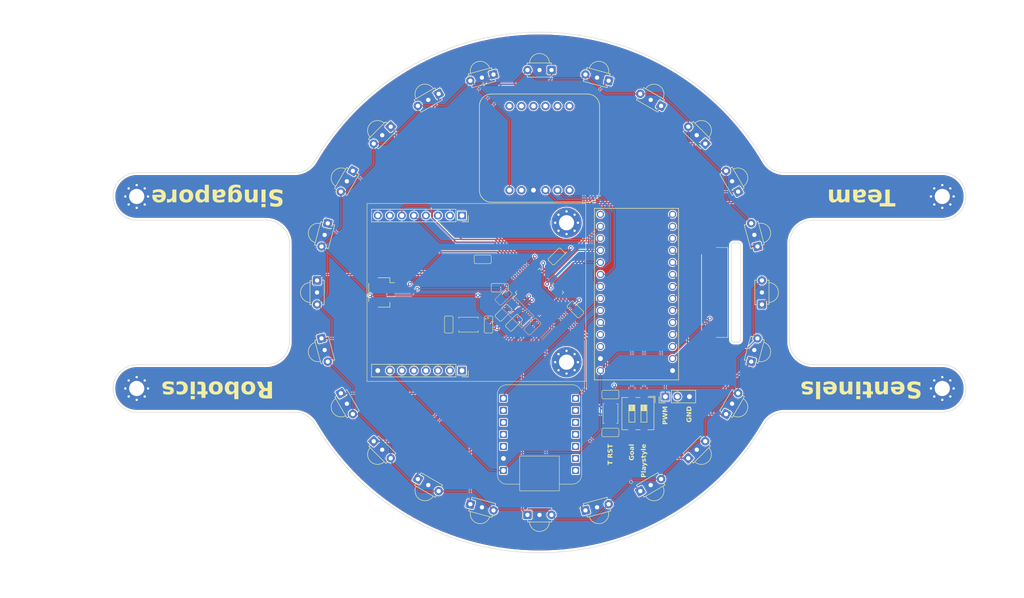
<source format=kicad_pcb>
(kicad_pcb (version 20221018) (generator pcbnew)
  (layers (0 "F.Cu" signal) (31 "B.Cu" signal) (34 "B.Paste" user) (35 "F.Paste" user) (36 "B.SilkS" user "B.Silkscreen") (37 "F.SilkS" user "F.Silkscreen") (38 "B.Mask" user) (39 "F.Mask" user) (44 "Edge.Cuts" user))
  (net 0 "")
  (net 1 "+5V")
  (net 2 "GND")
  (net 3 "+3V3")
  (net 4 "/L1 RX")
  (net 5 "/L1 TX")
  (net 6 "/FL PWM")
  (net 7 "/FL DIR")
  (net 8 "/FR PWM")
  (net 9 "/FR DIR")
  (net 10 "/BL PWM")
  (net 11 "/BL DIR")
  (net 12 "/BR PWM")
  (net 13 "/BR DIR")
  (net 14 "/SDA")
  (net 15 "/SCL")
  (net 24 "/IR/SWDIO")
  (net 25 "/IR/SWCLK")
  (net 26 "/IR/RST")
  (net 27 "/IR/BOOT")
  (net 28 "/LG")
  (net 29 "/IR/IR1")
  (net 30 "/IR/IR2")
  (net 31 "/IR/IR3")
  (net 32 "/IR/IR4")
  (net 33 "/IR/IR5")
  (net 34 "/IR/IR6")
  (net 35 "/IR/IR7")
  (net 36 "/IR/IR8")
  (net 37 "/IR/IR9")
  (net 38 "/IR/IR24")
  (net 39 "/IR/IR23")
  (net 40 "/IR/IR14")
  (net 41 "/IR/IR22")
  (net 42 "/IR/IR21")
  (net 43 "/IR/IR20")
  (net 44 "/IR/IR19")
  (net 45 "/IR/IR18")
  (net 46 "/IR/IR17")
  (net 47 "/IR/IR16")
  (net 48 "/IR/IR15")
  (net 49 "/IR/IR13")
  (net 50 "/IR/IR12")
  (net 51 "/IR/IR11")
  (net 52 "/IR/IR10")
  (net 53 "Net-(IC1-PD0)")
  (net 54 "Net-(IC1-PD1)")
  (net 57 "/DIP1")
  (net 58 "/DIP2")
  (net 61 "/C RX")
  (net 62 "/C TX")
  (net 75 "/BT RX")
  (net 76 "/BT TX")
  (net 83 "IR RX")
  (net 88 "IR TX")
  (net 94 "Net-(R5-Pad1)")
  (net 95 "Net-(D2-A)")
  (net 96 "/T_RST")
  (net 97 "Net-(R2-Pad1)")
  (net 98 "/ESC")
  (footprint "footprints:res0603" (layer "F.Cu") (at 149.225 106.775 90)
    (fp_text reference "R3" hide)
    (fp_text value "10K")
  )
  (footprint "footprints:Vishay_MINICAST-3P" (layer "F.Cu") (at 114.6015 112.1645 -75)
    (fp_text reference "U23" hide)
    (fp_text value "TSSP58038")
  )
  (footprint "footprints:cap0603" (layer "F.Cu") (at 154.6 106.4 -135)
    (fp_text reference "C2" hide)
    (fp_text value "0.1u")
  )
  (footprint "footprints:Vishay_MINICAST-3P" (layer "F.Cu") (at 119.2968 123.5 -60)
    (fp_text reference "U24" hide)
    (fp_text value "TSSP58038")
  )
  (footprint "MountingHole:MountingHole_3.2mm_M3_Pad_Via" (layer "F.Cu") (at 74.8848 79.7107)
    (fp_text reference "H3" hide)
    (fp_text value "MountingHole_Pad")
  )
  (footprint "footprints:SW_PUSH_SPST" (layer "F.Cu") (at 175 125.6 90)
    (fp_text reference "SW3" hide)
    (fp_text value "SW_Push")
  )
  (footprint "footprints:cap0603" (layer "F.Cu") (at 151.6 99 180)
    (fp_text reference "C4" hide)
    (fp_text value "0.1u")
  )
  (footprint "footprints:SW_PUSH_SPST" (layer "F.Cu") (at 145 106.8)
    (fp_text reference "SW2" hide)
    (fp_text value "SW_Push")
  )
  (footprint "footprints:Vishay_MINICAST-3P" (layer "F.Cu") (at 193.234 66.766 135)
    (fp_text reference "U13" hide)
    (fp_text value "TSSP58038")
  )
  (footprint "Connector_JST:JST_SH_SM04B-SRSS-TB_1x04-1MP_P1.00mm_Horizontal" (layer "F.Cu") (at 126.6 100 -90)
    (fp_text reference "J3" hide)
    (fp_text value "Conn_01x04")
  )
  (footprint "footprints:Vishay_MINICAST-3P" (layer "F.Cu") (at 147.8355 54.6015 -165)
    (fp_text reference "U17" hide)
    (fp_text value "TSSP58038")
  )
  (footprint "footprints:Vishay_MINICAST-3P" (layer "F.Cu") (at 160 147)
    (fp_text reference "U4" hide)
    (fp_text value "TSSP58038")
  )
  (footprint "footprints:Vishay_MINICAST-3P" (layer "F.Cu") (at 114.6015 87.8355 -105)
    (fp_text reference "U21" hide)
    (fp_text value "TSSP58038")
  )
  (footprint "footprints:Vishay_MINICAST-3P" (layer "F.Cu") (at 193.234 133.234 45)
    (fp_text reference "U7" hide)
    (fp_text value "TSSP58038")
  )
  (footprint "footprints:Vishay_MINICAST-3P" (layer "F.Cu") (at 172.1645 54.6015 165)
    (fp_text reference "U15" hide)
    (fp_text value "TSSP58038")
  )
  (footprint "Package_QFP:LQFP-48_7x7mm_P0.5mm" (layer "F.Cu") (at 160 100 45)
    (fp_text reference "IC1" hide)
    (fp_text value "STM32F103CBTx")
  )
  (footprint "footprints:Vishay_MINICAST-3P" (layer "F.Cu") (at 183.5 140.7032 30)
    (fp_text reference "U6" hide)
    (fp_text value "TSSP58038")
  )
  (footprint "footprints:led0603" (layer "F.Cu") (at 152.4 104.3 45)
    (fp_text reference "D2" hide)
    (fp_text value "LED")
  )
  (footprint "Button_Switch_SMD:SW_DIP_SPSTx02_Slide_6.7x6.64mm_W8.61mm_P2.54mm_LowProfile" (layer "F.Cu") (at 180.8 125.6 -90)
    (fp_text reference "SW1" hide)
    (fp_text value "SW_DIP_x02")
  )
  (footprint "footprints:res0603" (layer "F.Cu") (at 174.974999 121.575 180)
    (fp_text reference "R1" hide)
    (fp_text value "10K")
  )
  (footprint "MountingHole:MountingHole_3.2mm_M3_Pad_Via" (layer "F.Cu") (at 74.8848 120.2893)
    (fp_text reference "H1" hide)
    (fp_text value "MountingHole_Pad")
  )
  (footprint "footprints:Vishay_MINICAST-3P" (layer "F.Cu") (at 126.766 66.766 -135)
    (fp_text reference "U19" hide)
    (fp_text value "TSSP58038")
  )
  (footprint "footprints:Vishay_MINICAST-3P" (layer "F.Cu") (at 136.5 140.7032 -30)
    (fp_text reference "U26" hide)
    (fp_text value "TSSP58038")
  )
  (footprint "footprints:cap0603" (layer "F.Cu") (at 167.6 103.6 -45)
    (fp_text reference "C1" hide)
    (fp_text value "0.1u")
  )
  (footprint "footprints:Vishay_MINICAST-3P" (layer "F.Cu") (at 126.766 133.234 -45)
    (fp_text reference "U25" hide)
    (fp_text value "TSSP58038")
  )
  (footprint "MountingHole:MountingHole_3.2mm_M3_Pad_Via" (layer "F.Cu") (at 245.1152 120.2893)
    (fp_text reference "H2" hide)
    (fp_text value "MountingHole_Pad")
  )
  (footprint "footprints:Vishay_MINICAST-3P" (layer "F.Cu") (at 147.8355 145.3985 -15)
    (fp_text reference "U27" hide)
    (fp_text value "TSSP58038")
  )
  (footprint "footprints:Vishay_MINICAST-3P" (layer "F.Cu") (at 207 100 90)
    (fp_text reference "U10" hide)
    (fp_text value "TSSP58038")
  )
  (footprint "footprints:openmv" (layer "F.Cu") (at 166.223 100 -90)
    (fp_text reference "U2" hide)
    (fp_text value "OpenMV H7" hide)
  )
  (footprint "footprints:Vishay_MINICAST-3P" (layer "F.Cu") (at 205.3985 87.8355 105)
    (fp_text reference "U11" hide)
    (fp_text value "TSSP58038")
  )
  (footprint "MountingHole:MountingHole_3.2mm_M3_Pad_Via" (layer "F.Cu") (at 245.1152 79.7107)
    (fp_text reference "H4" hide)
    (fp_text value "MountingHole_Pad")
  )
  (footprint "footprints:Vishay_MINICAST-3P" (layer "F.Cu") (at 136.5 59.2968 -150)
    (fp_text reference "U18" hide)
    (fp_text value "TSSP58038")
  )
  (footprint "footprints:xiao-esp32c3" (layer "F.Cu") (at 160 130 180)
    (fp_text reference "U28" hide)
    (fp_text value "xiao-esp32c3" hide)
  )
  (footprint "footprints:res0603" (layer "F.Cu") (at 148 93)
    (fp_text reference "R4" hide)
    (fp_text value "10K")
  )
  (footprint "footprints:Vishay_MINICAST-3P" (layer "F.Cu") (at 119.2968 76.5 -120)
    (fp_text reference "U20" hide)
    (fp_text value "TSSP58038")
  )
  (footprint "footprints:teensy4" (layer "F.Cu") (at 180.5 100 180)
    (fp_text reference "U1" hide)
    (fp_text value "DEV-15583")
  )
  (footprint "footprints:res0603" (layer "F.Cu") (at 140.825 106.775 -90)
    (fp_text reference "R5" hide)
    (fp_text value "1K")
  )
  (footprint "footprints:Vishay_MINICAST-3P" (layer "F.Cu") (at 205.3985 112.1645 75)
    (fp_text reference "U9" hide)
    (fp_text value "TSSP58038")
  )
  (footprint "footprints:Vishay_MINICAST-3P" (layer "F.Cu") (at 113 100 -90)
    (fp_text reference "U22" hide)
    (fp_text value "TSSP58038")
  )
  (footprint "footprints:Vishay_MINICAST-3P" (layer "F.Cu") (at 160 53 180)
    (fp_text reference "U16" hide)
    (fp_text value "TSSP58038")
  )
  (footprint "footprints:bno085" (layer "F.Cu") (at 160 69.5)
    (fp_text reference "U3" hide)
    (fp_text value "BNO085")
  )
  (footprint "footprints:Vishay_MINICAST-3P" (layer "F.Cu") (at 200.7032 123.5 60)
    (fp_text reference "U8" hide)
    (fp_text value "TSSP58038")
  )
  (footprint "footprints:Vishay_MINICAST-3P" (layer "F.Cu") (at 183.5 59.2968 150)
    (fp_text reference "U14" hide)
    (fp_text value "TSSP58038")
  )
  (footprint "footprints:cap0603" (layer "F.Cu") (at 163.6 92.4 45)
    (fp_text reference "C3" hide)
    (fp_text value "0.1u")
  )
  (footprint "Connector_PinHeader_2.54mm:PinHeader_1x03_P2.54mm_Vertical" (layer "F.Cu") (at 186.6 122 90)
    (fp_text reference "J2" hide)
    (fp_text value "Conn_01x03_Pin")
  )
  (footprint "footprints:Vishay_MINICAST-3P" (layer "F.Cu") (at 200.7032 76.5 120)
    (fp_text reference "U12" hide)
    (fp_text value "TSSP58038")
  )
  (footprint "footprints:Vishay_MINICAST-3P" (layer "F.Cu") (at 172.1645 145.3985 15)
    (fp_text reference "U5" hide)
    (fp_text value "TSSP58038")
  )
  (footprint "footprints:522711479" (layer "F.Cu") (at 197.6 100 90)
    (fp_text reference "J1" hide)
    (fp_text value "0526101433" hide)
  )
  (footprint "footprints:res0603" (layer "F.Cu") (at 174.974998 129.575)
    (fp_text reference "R2" hide)
    (fp_text value "1K")
  )
  (footprint "footprints:cap0603" (layer "B.Cu") (at 158.5 107.2 -135)
    (fp_text reference "C6" hide)
    (fp_text value "22p")
  )
  (footprint "footprints:Crystal" (layer "B.Cu") (at 155.4 104.1 135)
    (fp_text reference "Y1" hide)
    (fp_text value "8Mhz")
  )
  (footprint "footprints:cap0603" (layer "B.Cu") (at 152.4 100.9 -135)
    (fp_text reference "C5" hide)
    (fp_text value "22p")
  )
  (gr_line (start 102.167834 115.289284) (end 74.884814 115.289284) (stroke (width 0.1)) (layer "Edge.Cuts"))
  (gr_line (start 74.884814 84.710716) (end 102.167834 84.710716) (stroke (width 0.1)) (layer "Edge.Cuts"))
  (gr_arc (start 102.167834 84.710716) (mid 105.703368 86.175182) (end 107.167834 89.710716) (stroke (width 0.1)) (layer "Edge.Cuts"))
  (gr_arc (start 217.832166 115.289284) (mid 214.296633 113.824817) (end 212.832166 110.289284) (stroke (width 0.1)) (layer "Edge.Cuts"))
  (gr_line (start 211.793429 125.289284) (end 245.115186 125.289284) (stroke (width 0.1)) (layer "Edge.Cuts"))
  (gr_arc (start 212.832166 89.710716) (mid 214.296624 86.17516) (end 217.832166 84.710716) (stroke (width 0.1)) (layer "Edge.Cuts"))
  (gr_line (start 201.045 89.5) (end 202.000001 89.5) (stroke (width 0.1)) (layer "Edge.Cuts"))
  (gr_arc (start 211.793429 74.710716) (mid 209.3055 74.047809) (end 207.47731 72.234823) (stroke (width 0.1)) (layer "Edge.Cuts"))
  (gr_line (start 202.500001 90) (end 202.500001 110) (stroke (width 0.1)) (layer "Edge.Cuts"))
  (gr_arc (start 207.47731 127.765177) (mid 160 155) (end 112.52269 127.765177) (stroke (width 0.1)) (layer "Edge.Cuts"))
  (gr_arc (start 202.000001 89.5) (mid 202.353554 89.646447) (end 202.500001 90) (stroke (width 0.1)) (layer "Edge.Cuts"))
  (gr_arc (start 74.884814 84.710716) (mid 69.884814 79.710716) (end 74.884814 74.710716) (stroke (width 0.1)) (layer "Edge.Cuts"))
  (gr_arc (start 202.500001 110) (mid 202.353554 110.353554) (end 202.000001 110.5) (stroke (width 0.1)) (layer "Edge.Cuts"))
  (gr_line (start 217.832166 84.710716) (end 245.115186 84.710716) (stroke (width 0.1)) (layer "Edge.Cuts"))
  (gr_arc (start 108.206571 125.289284) (mid 110.694488 125.952203) (end 112.52269 127.765177) (stroke (width 0.1)) (layer "Edge.Cuts"))
  (gr_line (start 107.167834 89.710716) (end 107.167834 110.289284) (stroke (width 0.1)) (layer "Edge.Cuts"))
  (gr_arc (start 245.115186 115.289284) (mid 250.115186 120.28928) (end 245.115186 125.289284) (stroke (width 0.1)) (layer "Edge.Cuts"))
  (gr_arc (start 201.045 110.5) (mid 200.691447 110.353553) (end 200.545 110) (stroke (width 0.1)) (layer "Edge.Cuts"))
  (gr_line (start 200.545 110) (end 200.545 90) (stroke (width 0.1)) (layer "Edge.Cuts"))
  (gr_arc (start 112.52269 72.234823) (mid 110.694488 74.047796) (end 108.206571 74.710716) (stroke (width 0.1)) (layer "Edge.Cuts"))
  (gr_arc (start 200.545 90) (mid 200.691447 89.646447) (end 201.045 89.5) (stroke (width 0.1)) (layer "Edge.Cuts"))
  (gr_arc (start 245.115186 74.710716) (mid 250.115194 79.71072) (end 245.115186 84.710716) (stroke (width 0.1)) (layer "Edge.Cuts"))
  (gr_arc (start 107.167834 110.289284) (mid 105.703368 113.824818) (end 102.167834 115.289284) (stroke (width 0.1)) (layer "Edge.Cuts"))
  (gr_line (start 74.884814 125.289284) (end 108.206571 125.289284) (stroke (width 0.1)) (layer "Edge.Cuts"))
  (gr_line (start 108.206571 74.710716) (end 74.884814 74.710716) (stroke (width 0.1)) (layer "Edge.Cuts"))
  (gr_line (start 202.000001 110.5) (end 201.045 110.5) (stroke (width 0.1)) (layer "Edge.Cuts"))
  (gr_line (start 212.832166 110.289284) (end 212.832166 89.710716) (stroke (width 0.1)) (layer "Edge.Cuts"))
  (gr_arc (start 112.52269 72.234823) (mid 160 45) (end 207.47731 72.234823) (stroke (width 0.1)) (layer "Edge.Cuts"))
  (gr_arc (start 74.884814 125.289284) (mid 69.884814 120.289284) (end 74.884814 115.289284) (stroke (width 0.1)) (layer "Edge.Cuts"))
  (gr_line (start 245.115186 115.289284) (end 217.832166 115.289284) (stroke (width 0.1)) (layer "Edge.Cuts"))
  (gr_arc (start 207.47731 127.765177) (mid 209.305516 125.95222) (end 211.793429 125.289284) (stroke (width 0.1)) (layer "Edge.Cuts"))
  (gr_line (start 245.115186 74.710716) (end 211.793429 74.710716) (stroke (width 0.1)) (layer "Edge.Cuts"))
  (gr_text "Singapore" (at 92 79.7107 180) (layer "F.SilkS") (effects (font (size 3.5 3.5) (thickness 1) bold)))
  (gr_text "Robotics" (at 92 120.2893 180) (layer "F.SilkS") (effects (font (size 3.5 3.5) (thickness 1) bold)))
  (gr_text "GND" (at 191.68 124 90) (layer "F.SilkS") (effects (font (size 1 1) (thickness 0.25) bold) (justify right)))
  (gr_text "Sentinels" (at 228 120.2893 180) (layer "F.SilkS") (effects (font (size 3.5 3.5) (thickness 1) bold)))
  (gr_text "PWM" (at 186.6 124 90) (layer "F.SilkS") (effects (font (size 1 1) (thickness 0.25) bold) (justify right)))
  (gr_text "Team" (at 228 79.7107 180) (layer "F.SilkS") (effects (font (size 3.5 3.5) (thickness 1) bold)))
  (gr_text "Playstyle" (at 182.07 132 90) (layer "F.SilkS") (effects (font (size 1 1) (thickness 0.25) bold) (justify right)))
  (gr_text "T RST" (at 175 132 90) (layer "F.SilkS") (effects (font (size 1 1) (thickness 0.25) bold) (justify right)))
  (gr_text "Goal" (at 179.53 132 90) (layer "F.SilkS") (effects (font (size 1 1) (thickness 0.25) bold) (justify right)))
  (segment (start 192.725 105.5) (end 196 105.5) (width 0.254) (layer "F.Cu") (net 1))
  (via (at 196 105.5) (size 0.8) (drill 0.4) (layers "F.Cu" "B.Cu") (net 1))
  (segment (start 152.38 137.62) (end 149.712395 137.62) (width 0.254) (layer "B.Cu") (net 1))
  (segment (start 149.32762 137.46062) (end 128.377 116.51) (width 0.254) (layer "B.Cu") (net 1))
  (segment (start 152.38 137.62) (end 156.04062 133.959379) (width 0.254) (layer "B.Cu") (net 1))
  (segment (start 176.43062 112.959379) (end 172.88 116.51) (width 0.254) (layer "B.Cu") (net 1))
  (segment (start 156.425395 133.8) (end 168.009184 133.8) (width 0.254) (layer "B.Cu") (net 1))
  (segment (start 172.88 128.929184) (end 172.88 116.51) (width 0.254) (layer "B.Cu") (net 1))
  (segment (start 196 105.5) (end 188.859379 112.64062) (width 0.254) (layer "B.Cu") (net 1))
  (segment (start 176.815395 112.8) (end 188.474604 112.8) (width 0.254) (layer "B.Cu") (net 1))
  (segment (start 172.72062 129.313958) (end 168.393959 133.64062) (width 0.254) (layer "B.Cu") (net 1))
  (arc (start 188.859379 112.64062) (mid 188.682842 112.758578) (end 188.474604 112.8) (width 0.254) (layer "B.Cu") (net 1))
  (arc (start 149.32762 137.46062) (mid 149.504156 137.578578) (end 149.712395 137.62) (width 0.254) (layer "B.Cu") (net 1))
  (arc (start 172.88 128.929184) (mid 172.838578 129.137422) (end 172.72062 129.313958) (width 0.254) (layer "B.Cu") (net 1))
  (arc (start 168.393959 133.64062) (mid 168.217422 133.758578) (end 168.009184 133.8) (width 0.254) (layer "B.Cu") (net 1))
  (arc (start 156.425395 133.8) (mid 156.217156 133.841421) (end 156.04062 133.959379) (width 0.254) (layer "B.Cu") (net 1))
  (arc (start 176.815395 112.8) (mid 176.607156 112.841421) (end 176.43062 112.959379) (width 0.254) (layer "B.Cu") (net 1))
  (segment (start 164.998788 100.998788) (end 167.034315 103.034315) (width 0.254) (layer "F.Cu") (net 3))
  (segment (start 204.166948 111.6) (end 200.254 111.6) (width 0.254) (layer "F.Cu") (net 3))
  (segment (start 168.4 101.66863) (end 167.034315 103.034315) (width 0.254) (layer "F.Cu") (net 3))
  (segment (start 152.4 99) (end 152.4 99.8) (width 0.254) (layer "F.Cu") (net 3))
  (segment (start 163.034315 93.076597) (end 160.998788 95.112124) (width 0.254) (layer "F.Cu") (net 3))
  (segment (start 200.254 111.6) (end 195.154 106.5) (width 0.254) (layer "F.Cu") (net 3))
  (segment (start 155.933451 105.834315) (end 155.165685 105.834315) (width 0.254) (layer "F.Cu") (net 3))
  (segment (start 195.154 106.5) (end 192.725 106.5) (width 0.254) (layer "F.Cu") (net 3))
  (segment (start 149.225 107.575) (end 151 107.575) (width 0.254) (layer "F.Cu") (net 3))
  (segment (start 154.33137 105) (end 155.165685 105.834315) (width 0.254) (layer "F.Cu") (net 3))
  (segment (start 153.642052 105) (end 154.33137 105) (width 0.254) (layer "F.Cu") (net 3))
  (segment (start 168.4 101.6) (end 168.4 101.66863) (width 0.254) (layer "F.Cu") (net 3))
  (segment (start 175.774999 121.575) (end 175.774999 119.625001) (width 0.25) (layer "F.Cu") (net 3))
  (segment (start 152.4 99.8) (end 151.6 100.6) (width 0.254) (layer "F.Cu") (net 3))
  (segment (start 157.940551 103.827215) (end 155.933451 105.834315) (width 0.254) (layer "F.Cu") (net 3))
  (segment (start 163.034315 92.965685) (end 163.034315 93.076597) (width 0.254) (layer "F.Cu") (net 3))
  (segment (start 155.112124 99.001212) (end 152.401212 99.001212) (width 0.254) (layer "F.Cu") (net 3))
  (segment (start 151.6 100.6) (end 147 100.6) (width 0.254) (layer "F.Cu") (net 3))
  (segment (start 152.401212 99.001212) (end 152.4 99) (width 0.254) (layer "F.Cu") (net 3))
  (segment (start 128.6 101.5) (end 125.1 101.5) (width 0.254) (layer "F.Cu") (net 3))
  (segment (start 164.887876 100.998788) (end 164.998788 100.998788) (width 0.254) (layer "F.Cu") (net 3))
  (segment (start 125.1 101.5) (end 124.2 100.6) (width 0.254) (layer "F.Cu") (net 3))
  (segment (start 151 107.575) (end 151.067052 107.575) (width 0.254) (layer "F.Cu") (net 3))
  (segment (start 160.8 94.913336) (end 160.998788 95.112124) (width 0.254) (layer "F.Cu") (net 3))
  (segment (start 206.0559 109.711048) (end 204.166948 111.6) (width 0.254) (layer "F.Cu") (net 3))
  (segment (start 160.8 93.8) (end 160.8 94.913336) (width 0.254) (layer "F.Cu") (net 3))
  (segment (start 151.067052 107.575) (end 153.642052 105) (width 0.254) (layer "F.Cu") (net 3))
  (via (at 168.4 101.6) (size 0.8) (drill 0.4) (layers "F.Cu" "B.Cu") (net 3))
  (via (at 151 107.575) (size 0.8) (drill 0.4) (layers "F.Cu" "B.Cu") (net 3))
  (via (at 124.2 100.6) (size 0.8) (drill 0.4) (layers "F.Cu" "B.Cu") (net 3))
  (via (at 175.774999 119.625001) (size 0.8) (drill 0.4) (layers "F.Cu" "B.Cu") (net 3))
  (via (at 160.8 93.8) (size 0.8) (drill 0.4) (layers "F.Cu" "B.Cu") (net 3))
  (via (at 147 100.6) (size 0.8) (drill 0.4) (layers "F.Cu" "B.Cu") (net 3))
  (segment (start 145.46489 55.341742) (end 145.963768 55.84062) (width 0.254) (layer "B.Cu") (net 3))
  (segment (start 163.44062 101.44062) (end 160.959379 98.959379) (width 0.254) (layer "B.Cu") (net 3))
  (segment (start 145.523469 55.400321) (end 153.49062 63.367472) (width 0.254) (layer "B.Cu") (net 3))
  (segment (start 168.970426 54.68472) (end 169.569626 54.085521) (width 0.254) (layer "B.Cu") (net 3))
  (segment (start 195.030051 127.196047) (end 195.030051 131.437949) (width 0.254) (layer "B.Cu") (net 3))
  (segment (start 174.019143 58.0268) (end 181.300295 58.0268) (width 0.254) (layer "B.Cu") (net 3))
  (segment (start 175.774999 119.625001) (end 175.990618 119.84062) (width 0.25) (layer "B.Cu") (net 3))
  (segment (start 159.14472 54.68472) (end 157.46 53) (width 0.254) (layer "B.Cu") (net 3))
  (segment (start 159.974604 109.8) (end 153.450395 109.8) (width 0.254) (layer "B.Cu") (net 3))
  (segment (start 147 103.349604) (end 147 100.6) (width 0.254) (layer "B.Cu") (net 3))
  (segment (start 157.46 53) (end 154.619379 55.84062) (width 0.254) (layer "B.Cu") (net 3))
  (segment (start 119.45897 78.540325) (end 124.810569 73.188727) (width 0.254) (layer "B.Cu") (net 3))
  (segment (start 113 102.54) (end 115.99952 105.53952) (width 0.254) (layer "B.Cu") (net 3))
  (segment (start 115.2 91.770247) (end 115.2 100.114604) (width 0.254) (layer "B.Cu") (net 3))
  (segment (start 161.087604 145.773) (end 150.771892 145.773) (width 0.254) (layer "B.Cu") (net 3))
  (segment (start 128.562051 135.471027) (end 128.562051 135.264365) (width 0.254) (layer "B.Cu") (net 3))
  (segment (start 199.592579 80.233527) (end 204.7411 85.382048) (width 0.254) (layer "B.Cu") (net 3))
  (segment (start 128.72143 135.855802) (end 134.679448 141.81382) (width 0.254) (layer "B.Cu") (net 3))
  (segment (start 202.132578 113.634368) (end 205.914478 109.852469) (width 0.254) (layer "B.Cu") (net 3))
  (segment (start 185.542196 58.0268) (end 181.300295 58.0268) (width 0.254) (layer "B.Cu") (net 3))
  (segment (start 179.766472 139.592579) (end 174.617952 144.7411) (width 0.254) (layer "B.Cu") (net 3))
  (segment (start 199.4332 79.848752) (end 199.4332 74.300295) (width 0.254) (layer "B.Cu") (net 3))
  (segment (start 169.852469 54.085521) (end 173.634368 57.86742) (width 0.254) (layer "B.Cu") (net 3))
  (segment (start 124.480543 100.6) (end 147 100.6) (width 0.254) (layer "B.Cu") (net 3))
  (segment (start 163.825395 101.6) (end 168.4 101.6) (width 0.254) (layer "B.Cu") (net 3))
  (segment (start 124.969949 68.562051) (end 127.35244 68.562051) (width 0.254) (layer "B.Cu") (net 3))
  (segment (start 146.365631 142.132579) (end 150.14753 145.914478) (width 0.254) (layer "B.Cu") (net 3))
  (segment (start 115.04062 91.385472) (end 113.9441 90.288952) (width 0.254) (layer "B.Cu") (net 3))
  (segment (start 151 107.575) (end 153.06562 109.64062) (width 0.254) (layer "B.Cu") (net 3))
  (segment (start 163.665395 147.9) (end 171.233656 147.9) (width 0.254) (layer "B.Cu") (net 3))
  (segment (start 185.699705 139.2332) (end 185.699705 139.233127) (width 0.254) (layer "B.Cu") (net 3))
  (segment (start 185.926971 58.186179) (end 191.278569 63.537777) (width 0.254) (layer "B.Cu") (net 3))
  (segment (start 160.8 98.574604) (end 160.8 93.8) (width 0.254) (layer "B.Cu") (net 3))
  (segment (start 139.848752 60.5668) (end 134.300295 60.5668) (width 0.254) (layer "B.Cu") (net 3))
  (segment (start 199.4332 74.300295) (end 198.385803 74.300295) (width 0.254) (layer "B.Cu") (net 3))
  (segment (start 127.737214 68.402671) (end 134.140915 61.998971) (width 0.254) (layer "B.Cu") (net 3))
  (segment (start 162.705685 147.165685) (end 163.28062 147.74062) (width 0.254) (layer "B.Cu") (net 3))
  (segment (start 134.300295 60.5668) (end 134.300295 61.614196) (width 0.254) (layer "B.Cu") (net 3))
  (segment (start 118.0268 85.980856) (end 118.0268 78.699705) (width 0.254) (layer "B.Cu") (net 3))
  (segment (start 119.074196 78.699705) (end 118.0268 78.699705) (width 0.254) (layer "B.Cu") (net 3))
  (segment (start 146.348543 56) (end 154.234604 56) (width 0.254) (layer "B.Cu") (net 3))
  (segment (start 191.597328 67.737215) (end 198.001028 74.140915) (width 0.254) (layer "B.Cu") (net 3))
  (segment (start 200.447509 120) (end 176.375393 120) (width 0.25) (layer "B.Cu") (net 3))
  (segment (start 145.240626 55.40032) (end 140.233527 60.40742) (width 0.254) (layer "B.Cu") (net 3))
  (segment (start 180.151247 139.4332) (end 185.499705 139.4332) (width 0.254) (layer "B.Cu") (net 3))
  (segment (start 185.841177 138.891581) (end 193.13543 131.597328) (width 0.254) (layer "B.Cu") (net 3))
  (segment (start 201.9732 121.300295) (end 200.925803 121.300295) (width 0.254) (layer "B.Cu") (net 3))
  (segment (start 117.86742 86.365631) (end 113.9441 90.288952) (width 0.254) (layer "B.Cu") (net 3))
  (segment (start 162.374314 146.834314) (end 162.705685 147.165685) (width 0.254) (layer "B.Cu") (net 3))
  (segment (start 120.5668 125.699705) (end 120.5668 120.151247) (width 0.254) (layer "B.Cu") (net 3))
  (segment (start 115.40032 114.47653) (end 115.99952 113.877331) (width 0.254) (layer "B.Cu") (net 3))
  (segment (start 150.430401 145.914449) (end 150.430373 145.914478) (width 0.254) (layer "B.Cu") (net 3))
  (segment (start 153.65 63.752247) (end 153.65 78.39) (width 0.254) (layer "B.Cu") (net 3))
  (segment (start 162.374314 146.834314) (end 161.472379 145.932379) (width 0.254) (layer "B.Cu") (net 3))
  (segment (start 115.04062 100.499379) (end 113 102.54) (width 0.254) (layer "B.Cu") (net 3))
  (segment (start 201.9732 114.019143) (end 201.9732 121.300295) (width 0.254) (layer "B.Cu") (net 3))
  (segment (start 138.699705 141.9732) (end 135.064223 141.9732) (width 0.254) (layer "B.Cu") (net 3))
  (segment (start 200.832284 120.159379) (end 201.9732 121.300295) (width 0.25) (layer "B.Cu") (net 3))
  (segment (start 195.189429 126.811272) (end 200.541028 121.459674) (width 0.254) (layer "B.Cu") (net 3))
  (segment (start 160.359379 109.64062) (end 168.4 101.6) (width 0.254) (layer "B.Cu") (net 3))
  (segment (start 205.1559 99.529495) (end 205.1559 108.585652) (width 0.254) (layer "B.Cu") (net 3))
  (segment (start 128.562051 134.795737) (end 128.562051 135.264365) (width 0.254) (layer "B.Cu") (net 3))
  (segment (start 205.315279 99.14472) (end 207 97.46) (width 0.254) (layer "B.Cu") (net 3))
  (segment (start 195.030051 131.437949) (end 193.520205 131.437949) (width 0.254) (layer "B.Cu") (net 3))
  (segment (start 124.095768 100.44062) (end 113.9441 90.288952) (width 0.254) (layer "B.Cu") (net 3))
  (segment (start 174.617952 144.7411) (end 171.618431 147.74062) (width 0.254) (layer "B.Cu") (net 3))
  (segment (start 138.699705 141.9732) (end 145.980856 141.9732) (width 0.254) (layer "B.Cu") (net 3))
  (segment (start 120.40742 119.766472) (end 115.400321 114.759373) (width 0.254) (layer "B.Cu") (net 3))
  (segment (start 159.529495 54.8441) (end 168.585652 54.8441) (width 0.254) (layer "B.Cu") (net 3))
  (segment (start 120.5668 125.699705) (end 121.614196 125.699705) (width 0.254) (layer "B.Cu") (net 3))
  (segment (start 191.437949 67.35244) (end 191.437949 64.969949) (width 0.254) (layer "B.Cu") (net 3))
  (segment (start 128.562051 132.647559) (end 128.562051 134.795737) (width 0.254) (layer "B.Cu") (net 3))
  (segment (start 151 107.575) (end 147.159379 103.734379) (width 0.254) (layer "B.Cu") (net 3))
  (segment (start 205.315279 108.970427) (end 205.914478 109.569626) (width 0.254) (layer "B.Cu") (net 3))
  (segment (start 128.402671 132.262784) (end 121.998971 125.859084) (width 0.254) (layer "B.Cu") (net 3))
  (segment (start 191.437949 64.969949) (end 191.437949 63.922552) (width 0.254) (layer "B.Cu") (net 3))
  (segment (start 116.1589 113.492556) (end 116.1589 105.924295) (width 0.254) (layer "B.Cu") (net 3))
  (segment (start 124.969949 68.562051) (end 124.969949 72.803952) (width 0.254) (layer "B.Cu") (net 3))
  (arc (start 134.679448 141.81382) (mid 134.855984 141.931778) (end 135.064223 141.9732) (width 0.254) (layer "B.Cu") (net 3))
  (arc (start 202.132578 113.634368) (mid 202.01462 113.810904) (end 201.9732 114.019143) (width 0.254) (layer "B.Cu") (net 3))
  (arc (start 173.634368 57.86742) (mid 173.810904 57.985378) (end 174.019143 58.0268) (width 0.254) (layer "B.Cu") (net 3))
  (arc (start 171.618431 147.74062) (mid 171.441894 147.858578) (end 171.233656 147.9) (width 0.254) (layer "B.Cu") (net 3))
  (arc (start 145.46489 55.341742) (mid 145.494179 55.371031) (end 145.523469 55.400321) (width 0.254) (layer "B.Cu") (net 3))
  (arc (start 147 103.349604) (mid 147.041421 103.557842) (end 147.159379 103.734379) (width 0.254) (layer "B.Cu") (net 3))
  (arc (start 175.990618 119.84062) (mid 176.167154 119.958578) (end 176.375393 120) (width 0.25) (layer "B.Cu") (net 3))
  (arc (start 145.523469 55.400321) (mid 145.382047 55.341742) (end 145.240626 55.40032) (width 0.254) (layer "B.Cu") (net 3))
  (arc (start 168.970426 54.68472) (mid 168.79389 54.802678) (end 168.585652 54.8441) (width 0.254) (layer "B.Cu") (net 3))
  (arc (start 200.925803 121.300295) (mid 200.717564 121.341716) (end 200.541028 121.459674) (width 0.254) (layer "B.Cu") (net 3))
  (arc (start 185.699705 139.2332) (mid 185.641126 139.374621) (end 185.499705 139.4332) (width 0.254) (layer "B.Cu") (net 3))
  (arc (start 120.40742 119.766472) (mid 120.525378 119.943008) (end 120.5668 120.151247) (width 0.254) (layer "B.Cu") (net 3))
  (arc (start 154.619379 55.84062) (mid 154.442842 55.958578) (end 154.234604 56) (width 0.254) (layer "B.Cu") (net 3))
  (arc (start 140.233527 60.40742) (mid 140.05699 60.525378) (end 139.848752 60.5668) (width 0.254) (layer "B.Cu") (net 3))
  (arc (start 160.8 98.574604) (mid 160.841421 98.782842) (end 160.959379 98.959379) (width 0.254) (layer "B.Cu") (net 3))
  (arc (start 153.49062 63.367472) (mid 153.608578 63.544008) (end 153.65 63.752247) (width 0.254) (layer "B.Cu") (net 3))
  (arc (start 134.300295 61.614196) (mid 134.258873 61.822434) (end 134.140915 61.998971) (width 0.254) (layer "B.Cu") (net 3))
  (arc (start 169.852469 54.085521) (mid 169.711047 54.026942) (end 169.569626 54.085521) (width 0.254) (layer "B.Cu") (net 3))
  (arc (start 163.44062 101.44062) (mid 163.617156 101.558578) (end 163.825395 101.6) (width 0.254) (layer "B.Cu") (net 3))
  (arc (start 115.40032 114.47653) (mid 115.341742 114.617951) (end 115.400321 114.759373) (width 0.254) (layer "B.Cu") (net 3))
  (arc (start 180.151247 139.4332) (mid 179.943008 139.474621) (end 179.766472 139.592579) (width 0.254) (layer "B.Cu") (net 3))
  (arc (start 199.4332 79.848752) (mid 199.474621 80.05699) (end 199.592579 80.233527) (width 0.254) (layer "B.Cu") (net 3))
  (arc (start 127.737214 68.402671) (mid 127.560678 68.520629) (end 127.35244 68.562051) (width 0.254) (layer "B.Cu") (net 3))
  (arc (start 200.832284 120.159379) (mid 200.655747 120.041421) (end 200.447509 120) (width 0.25) (layer "B.Cu") (net 3))
  (arc (start 124.095768 100.44062) (mid 124.272304 100.558578) (end 124.480543 100.6) (width 0.254) (layer "B.Cu") (net 3))
  (arc (start 150.14753 145.914478) (mid 150.288951 145.973056) (end 150.430373 145.914478) (width 0.254) (layer "B.Cu") (net 3))
  (arc (start 205.914478 109.569626) (mid 205.973056 109.711047) (end 205.914478 109.852469) (width 0.254) (layer "B.Cu") (net 3))
  (arc (start 198.001028 74.140915) (mid 198.177564 74.258873) (end 198.385803 74.300295) (width 0.254) (layer "B.Cu") (net 3))
  (arc (start 191.437949 67.35244) (mid 191.47937 67.560678) (end 191.597328 67.737215) (width 0.254) (layer "B.Cu") (net 3))
  (arc (start 116.1589 113.492556) (mid 116.117478 113.700794) (end 115.99952 113.877331) (width 0.254) (layer "B.Cu") (net 3))
  (arc (start 185.926971 58.186179) (mid 185.750434 58.068221) (end 185.542196 58.0268) (width 0.254) (layer "B.Cu") (net 3))
  (arc (start 205.315279 99.14472) (mid 205.197321 99.321256) (end 205.1559 99.529495) (width 0.254) (layer "B.Cu") (net 3))
  (arc (start 145.240626 55.40032) (mid 145.36489 55.324584) (end 145.46489 55.341742) (width 0.254) (layer "B.Cu") (net 3))
  (arc (start 195.189429 126.811272) (mid 195.071471 126.987808) (end 195.030051 127.196047) (width 0.254) (layer "B.Cu") (net 3))
  (arc (start 128.402671 132.262784) (mid 128.520629 132.43932) (end 128.562051 132.647559) (width 0.254) (layer "B.Cu") (net 3))
  (arc (start 191.278569 63.537777) (mid 191.396527 63.714313) (end 191.437949 63.922552) (width 0.254) (layer "B.Cu") (net 3))
  (arc (start 119.45897 78.540325) (mid 119.282434 78.658283) (end 119.074196 78.699705) (width 0.254) (layer "B.Cu") (net 3))
  (arc (start 115.99952 105.53952) (mid 116.117478 105.716056) (end 116.1589 105.924295) (width 0.254) (layer "B.Cu") (net 3))
  (arc (start 115.2 100.114604) (mid 115.158578 100.322842) (end 115.04062 100.499379) (width 0.254) (layer "B.Cu") (net 3))
  (arc (start 161.472379 145.932379) (mid 161.295842 145.814421) (end 161.087604 145.773) (width 0.254) (layer "B.Cu") (net 3))
  (arc (start 160.359379 109.64062) (mid 160.182842 109.758578) (end 159.974604 109.8) (width 0.254) (layer "B.Cu") (net 3))
  (arc (start 146.365631 142.132579) (mid 146.189094 142.014621) (end 145.980856 141.9732) (width 0.254) (layer "B.Cu") (net 3))
  (arc (start 153.06562 109.64062) (mid 153.242156 109.758578) (end 153.450395 109.8) (width 0.254) (layer "B.Cu") (net 3))
  (arc (start 118.0268 85.980856) (mid 117.985378 86.189094) (end 117.86742 86.365631) (width 0.254) (layer "B.Cu") (net 3))
  (arc (start 185.841177 138.891581) (mid 185.736472 139.048283) (end 185.699705 139.233127) (width 0.254) (layer "B.Cu") (net 3))
  (arc (start 145.963768 55.84062) (mid 146.140304 55.958578) (end 146.348543 56) (width 0.254) (layer "B.Cu") (net 3))
  (arc (start 121.998971 125.859084) (mid 121.822434 125.741126) (end 121.614196 125.699705) (width 0.254) (layer "B.Cu") (net 3))
  (arc (start 124.969949 72.803952) (mid 124.928527 73.01219) (end 124.810569 73.188727) (width 0.254) (layer "B.Cu") (net 3))
  (arc (start 128.562051 135.471027) (mid 128.603472 135.679265) (end 128.72143 135.855802) (width 0.254) (layer "B.Cu") (net 3))
  (arc (start 163.28062 147.74062) (mid 163.457156 147.858578) (end 163.665395 147.9) (width 0.254) (layer "B.Cu") (net 3))
  (arc (start 150.771892 145.773) (mid 150.587078 145.809761) (end 150.430401 145.914449) (width 0.254) (layer "B.Cu") (net 3))
  (arc (start 193.520205 131.437949) (mid 193.311966 131.47937) (end 193.13543 131.597328) (width 0.254) (layer "B.Cu") (net 3))
  (arc (start 205.1559 108.585652) (mid 205.197321 108.79389) (end 205.315279 108.970427) (width 0.254) (layer "B.Cu") (net 3))
  (arc (start 115.04062 91.385472) (mid 115.158578 91.562008) (end 115.2 91.770247) (width 0.254) (layer "B.Cu") (net 3))
  (arc (start 159.14472 54.68472) (mid 159.321256 54.802678) (end 159.529495 54.8441) (width 0.254) (layer "B.Cu") (net 3))
  (segment (start 191.273 104.873) (end 191.646 104.5) (width 0.254) (layer "F.Cu") (net 4))
  (segment (start 191.646 104.5) (end 192.725 104.5) (width 0.254) (layer "F.Cu") (net 4))
  (segment (start 191.273 110.817) (end 191.273 104.873) (width 0.254) (layer "F.Cu") (net 4))
  (segment (start 188.12 113.97) (end 191.273 110.817) (width 0.254) (layer "F.Cu") (net 4))
  (segment (start 191.346 103.5) (end 192.725 103.5) (width 0.254) (layer "F.Cu") (net 5))
  (segment (start 188.12 111.43) (end 190.819 108.731) (width 0.254) (layer "F.Cu") (net 5))
  (segment (start 190.819 104.027) (end 191.346 103.5) (width 0.254) (layer "F.Cu") (net 5))
  (segment (start 190.819 108.731) (end 190.819 104.027) (width 0.254) (layer "F.Cu") (net 5))
  (segment (start 190.365 103.838947) (end 190.365 106.645) (width 0.254) (layer "F.Cu") (net 6))
  (segment (start 191.703947 102.5) (end 190.365 103.838947) (width 0.254) (layer "F.Cu") (net 6))
  (segment (start 192.725 102.5) (end 191.703947 102.5) (width 0.254) (layer "F.Cu") (net 6))
  (segment (start 190.365 106.645) (end 188.12 108.89) (width 0.254) (layer "F.Cu") (net 6))
  (segment (start 191.346 101.5) (end 189.4 103.446) (width 0.254) (layer "F.Cu") (net 7))
  (segment (start 189.4 103.446) (end 189.4 105.07) (width 0.254) (layer "F.Cu") (net 7))
  (segment (start 189.4 105.07) (end 188.12 106.35) (width 0.254) (layer "F.Cu") (net 7))
  (segment (start 192.725 101.5) (end 191.346 101.5) (width 0.254) (layer "F.Cu") (net 7))
  (segment (start 188.393947 103.81) (end 191.703947 100.5) (width 0.254) (layer "F.Cu") (net 8))
  (segment (start 188.12 103.81) (end 188.393947 103.81) (width 0.254) (layer "F.Cu") (net 8))
  (segment (start 191.703947 100.5) (end 192.725 100.5) (width 0.254) (layer "F.Cu") (net 8))
  (segment (start 188.12 101.27) (end 189.89 99.5) (width 0.254) (layer "F.Cu") (net 9))
  (segment (start 189.89 99.5) (end 192.725 99.5) (width 0.254) (layer "F.Cu") (net 9))
  (segment (start 192.725 98.5) (end 188.35 98.5) (width 0.254) (layer "F.Cu") (net 10))
  (segment (start 188.35 98.5) (end 188.12 98.73) (width 0.254) (layer "F.Cu") (net 10))
  (segment (start 189.43 97.5) (end 188.12 96.19) (width 0.254) (layer "F.Cu") (net 11))
  (segment (start 192.725 97.5) (end 189.43 97.5) (width 0.254) (layer "F.Cu") (net 11))
  (segment (start 188.12 93.65) (end 190.97 96.5) (width 0.254) (layer "F.Cu") (net 12))
  (segment (start 190.97 96.5) (end 192.725 96.5) (width 0.254) (layer "F.Cu") (net 12))
  (segment (start 192.725 95.5) (end 190.9 95.5) (width 0.254) (layer "F.Cu") (net 13))
  (segment (start 189.8 92.79) (end 188.12 91.11) (width 0.254) (layer "F.Cu") (net 13))
  (segment (start 189.8 94.4) (end 189.8 92.79) (width 0.254) (layer "F.Cu") (net 13))
  (segment (start 190.9 95.5) (end 189.8 94.4) (width 0.254) (layer "F.Cu") (net 13))
  (segment (start 175.64062 82.24062) (end 173.359379 79.959379) (width 0.254) (layer "B.Cu") (net 14))
  (segment (start 172.974604 79.8) (end 165.445395 79.8) (width 0.254) (layer "B.Cu") (net 14))
  (segment (start 165.06062 79.64062) (end 163.81 78.39) (width 0.254) (layer "B.Cu") (net 14))
  (segment (start 175.8 82.625395) (end 175.8 94.374604) (width 0.254) (layer "B.Cu") (net 14))
  (segment (start 173.984604 96.19) (end 172.88 96.19) (width 0.254) (layer "B.Cu") (net 14))
  (segment (start 175.64062 94.759378) (end 174.369379 96.03062) (width 0.254) (layer "B.Cu") (net 14))
  (arc (start 175.64062 82.24062) (mid 175.758578 82.417156) (end 175.8 82.625395) (width 0.254) (layer "B.Cu") (net 14))
  (arc (start 175.8 94.374604) (mid 175.758578 94.582842) (end 175.64062 94.759378) (width 0.254) (layer "B.Cu") (net 14))
  (arc (start 173.359379 79.959379) (mid 173.182842 79.841421) (end 172.974604 79.8) (width 0.254) (layer "B.Cu") (net 14))
  (arc (start 165.06062 79.64062) (mid 165.237156 79.758578) (end 165.445395 79.8) (width 0.254) (layer "B.Cu") (net 14))
  (arc (start 174.369379 96.03062) (mid 174.192842 96.148578) (end 173.984604 96.19) (width 0.254) (layer "B.Cu") (net 14))
  (segment (start 175 83.425395) (end 175 93.174604) (width 0.254) (layer "B.Cu") (net 15))
  (segment (start 163.52062 80.64062) (end 161.27 78.39) (width 0.254) (layer "B.Cu") (net 15))
  (segment (start 163.905395 80.8) (end 172.374604 80.8) (width 0.254) (layer "B.Cu") (net 15))
  (segment (start 171.759378 95.24062) (end 172.09862 94.901379) (width 0.254) (layer "B.Cu") (net 15))
  (segment (start 171.6 95.625395) (end 171.6 97.224604) (width 0.254) (layer "B.Cu") (net 15))
  (segment (start 174.84062 93.559378) (end 173.817379 94.58262) (width 0.254) (layer "B.Cu") (net 15))
  (segment (start 172.483395 94.742) (end 173.432604 94.742) (width 0.254) (layer "B.Cu") (net 15))
  (segment (start 171.759379 97.609379) (end 172.88 98.73) (width 0.254) (layer "B.Cu") (net 15))
  (segment (start 174.84062 83.04062) (end 172.759379 80.959379) (width 0.254) (layer "B.Cu") (net 15))
  (arc (start 172.483395 94.742) (mid 172.275156 94.783421) (end 172.09862 94.901379) (width 0.254) (layer "B.Cu") (net 15))
  (arc (start 175 93.174604) (mid 174.958578 93.382842) (end 174.84062 93.559378) (width 0.254) (layer "B.Cu") (net 15))
  (arc (start 172.759379 80.959379) (mid 172.582842 80.841421) (end 172.374604 80.8) (width 0.254) (layer "B.Cu") (net 15))
  (arc (start 174.84062 83.04062) (mid 174.958578 83.217156) (end 175 83.425395) (width 0.254) (layer "B.Cu") (net 15))
  (arc (start 173.817379 94.58262) (mid 173.640842 94.700578) (end 173.432604 94.742) (width 0.254) (layer "B.Cu") (net 15))
  (arc (start 171.759378 95.24062) (mid 171.64142 95.417156) (end 171.6 95.625395) (width 0.254) (layer "B.Cu") (net 15))
  (arc (start 171.6 97.224604) (mid 171.641421 97.432842) (end 171.759379 97.609379) (width 0.254) (layer "B.Cu") (net 15))
  (arc (start 163.52062 80.64062) (mid 163.697156 80.758578) (end 163.905395 80.8) (width 0.254) (layer "B.Cu") (net 15))
  (segment (start 166.6 90.925126) (end 161.705895 95.819231) (width 0.254) (layer "F.Cu") (net 24))
  (segment (start 166.6 90.6) (end 166.6 90.925126) (width 0.254) (layer "F.Cu") (net 24))
  (segment (start 131.3 99.5) (end 132.6 98.2) (width 0.254) (layer "F.Cu") (net 24))
  (segment (start 128.6 99.5) (end 131.3 99.5) (width 0.254) (layer "F.Cu") (net 24))
  (via (at 132.6 98.2) (size 0.8) (drill 0.4) (layers "F.Cu" "B.Cu") (net 24))
  (via (at 166.6 90.6) (size 0.8) (drill 0.4) (layers "F.Cu" "B.Cu") (net 24))
  (segment (start 165.959379 91.24062) (end 166.6 90.6) (width 0.254) (layer "B.Cu") (net 24))
  (segment (start 139.24062 91.559379) (end 132.6 98.2) (width 0.254) (layer "B.Cu") (net 24))
  (segment (start 165.574604 91.4) (end 139.625395 91.4) (width 0.254) (layer "B.Cu") (net 24))
  (arc (start 139.625395 91.4) (mid 139.417156 91.441421) (end 139.24062 91.559379) (width 0.254) (layer "B.Cu") (net 24))
  (arc (start 165.959379 91.24062) (mid 165.782842 91.358578) (end 165.574604 91.4) (width 0.254) (layer "B.Cu") (net 24))
  (segment (start 132.9 100.5) (end 134.2 99.2) (width 0.254) (layer "F.Cu") (net 25))
  (segment (start 159.001212 92.401212) (end 159 92.4) (width 0.254) (layer "F.Cu") (net 25))
  (segment (start 159.001212 95.112124) (end 159.001212 92.401212) (width 0.254) (layer "F.Cu") (net 25))
  (segment (start 128.6 100.5) (end 132.9 100.5) (width 0.254) (layer "F.Cu") (net 25))
  (via (at 159 92.4) (size 0.8) (drill 0.4) (layers "F.Cu" "B.Cu") (net 25))
  (via (at 134.2 99.2) (size 0.8) (drill 0.4) (layers "F.Cu" "B.Cu") (net 25))
  (segment (start 152.359379 99.04062) (end 159 92.4) (width 0.254) (layer "B.Cu") (net 25))
  (segment (start 134.2 99.2) (end 151.974604 99.2) (width 0.254) (layer "B.Cu") (net 25))
  (arc (start 152.359379 99.04062) (mid 152.182842 99.158578) (end 151.974604 99.2) (width 0.254) (layer "B.Cu") (net 25))
  (segment (start 154.2 103.8) (end 156.553554 103.8) (width 0.254) (layer "F.Cu") (net 26))
  (segment (start 149.225 105.975) (end 147.825 105.975) (width 0.254) (layer "F.Cu") (net 26))
  (segment (start 156.553554 103.8) (end 157.233445 103.120109) (width 0.254) (layer "F.Cu") (net 26))
  (segment (start 149.225 105.975) (end 152.025 105.975) (width 0.254) (layer "F.Cu") (net 26))
  (segment (start 147.825 105.975) (end 147 106.8) (width 0.254) (layer "F.Cu") (net 26))
  (segment (start 152.025 105.975) (end 154.2 103.8) (width 0.254) (layer "F.Cu") (net 26))
  (segment (start 156.526338 97.586998) (end 151.93934 93) (width 0.254) (layer "F.Cu") (net 27))
  (segment (start 151.93934 93) (end 148.8 93) (width 0.254) (layer "F.Cu") (net 27))
  (segment (start 156.383 145.923) (end 157.46 147) (width 0.254) (layer "F.Cu") (net 29))
  (segment (start 162.376279 107.823721) (end 156.383 113.817) (width 0.254) (layer "F.Cu") (net 29))
  (segment (start 161.705895 104.180769) (end 162.376279 104.851153) (width 0.254) (layer "F.Cu") (net 29))
  (segment (start 162.376279 104.851153) (end 162.376279 107.823721) (width 0.254) (layer "F.Cu") (net 29))
  (segment (start 156.383 113.817) (end 156.383 145.923) (width 0.254) (layer "F.Cu") (net 29))
  (segment (start 162.830279 108.011773) (end 162.830279 104.598045) (width 0.254) (layer "F.Cu") (net 30))
  (segment (start 161.4 137.744852) (end 161.4 109.442052) (width 0.254) (layer "F.Cu") (net 30))
  (segment (start 161.4 109.442052) (end 162.830279 108.011773) (width 0.254) (layer "F.Cu") (net 30))
  (segment (start 169.711048 146.0559) (end 161.4 137.744852) (width 0.254) (layer "F.Cu") (net 30))
  (segment (start 162.830279 104.598045) (end 162.059449 103.827215) (width 0.254) (layer "F.Cu") (net 30))
  (segment (start 181.300295 141.9732) (end 169.242 129.914905) (width 0.254) (layer "F.Cu") (net 31))
  (segment (start 169.242 129.914905) (end 169.242 110.30266) (width 0.254) (layer "F.Cu") (net 31))
  (segment (start 169.242 110.30266) (end 162.413002 103.473662) (width 0.254) (layer "F.Cu") (net 31))
  (segment (start 175.030051 135.030051) (end 169.696 129.696) (width 0.254) (layer "F.Cu") (net 32))
  (segment (start 169.696 110.049554) (end 162.766555 103.120109) (width 0.254) (layer "F.Cu") (net 32))
  (segment (start 169.696 129.696) (end 169.696 110.049554) (width 0.254) (layer "F.Cu") (net 32))
  (segment (start 191.437949 135.030051) (end 175.030051 135.030051) (width 0.254) (layer "F.Cu") (net 32))
  (segment (start 199.4332 125.699705) (end 172.699705 125.699705) (width 0.254) (layer "F.Cu") (net 33))
  (segment (start 172.699705 125.699705) (end 170.15 123.15) (width 0.254) (layer "F.Cu") (net 33))
  (segment (start 170.15 123.15) (end 170.15 109.796446) (width 0.254) (layer "F.Cu") (net 33))
  (segment (start 170.15 109.796446) (end 163.120109 102.766555) (width 0.254) (layer "F.Cu") (net 33))
  (segment (start 170.604 109.54334) (end 163.473662 102.413002) (width 0.254) (layer "F.Cu") (net 34))
  (segment (start 194.113347 125.245705) (end 173.845705 125.245705) (width 0.254) (layer "F.Cu") (net 34))
  (segment (start 204.7411 114.617952) (end 194.113347 125.245705) (width 0.254) (layer "F.Cu") (net 34))
  (segment (start 170.604 122.004) (end 170.604 109.54334) (width 0.254) (layer "F.Cu") (net 34))
  (segment (start 173.845705 125.245705) (end 170.604 122.004) (width 0.254) (layer "F.Cu") (net 34))
  (segment (start 208.6 87.327972) (end 208.6 100.94) (width 0.254) (layer "F.Cu") (net 35))
  (segment (start 208.6 100.94) (end 207 102.54) (width 0.254) (layer "F.Cu") (net 35))
  (segment (start 170.854 90.913766) (end 170.854 82.346) (width 0.254) (layer "F.Cu") (net 35))
  (segment (start 202.272028 81) (end 208.6 87.327972) (width 0.254) (layer "F.Cu") (net 35))
  (segment (start 172.2 81) (end 202.272028 81) (width 0.254) (layer "F.Cu") (net 35))
  (segment (start 163.827215 97.940551) (end 170.854 90.913766) (width 0.254) (layer "F.Cu") (net 35))
  (segment (start 170.854 82.346) (end 172.2 81) (width 0.254) (layer "F.Cu") (net 35))
  (segment (start 204.888952 90.288952) (end 206.0559 90.288952) (width 0.254) (layer "F.Cu") (net 36))
  (segment (start 172.746 81.454) (end 196.054 81.454) (width 0.254) (layer "F.Cu") (net 36))
  (segment (start 196.054 81.454) (end 204.888952 90.288952) (width 0.254) (layer "F.Cu") (net 36))
  (segment (start 171.308 91.166874) (end 171.308 82.892) (width 0.254) (layer "F.Cu") (net 36))
  (segment (start 164.180769 98.294105) (end 171.308 91.166874) (width 0.254) (layer "F.Cu") (net 36))
  (segment (start 171.308 82.892) (end 172.746 81.454) (width 0.254) (layer "F.Cu") (net 36))
  (segment (start 170.4 90.66066) (end 170.4 81.6) (width 0.254) (layer "F.Cu") (net 37))
  (segment (start 170.4 81.6) (end 173.300295 78.699705) (width 0.254) (layer "F.Cu") (net 37))
  (segment (start 163.473662 97.586998) (end 170.4 90.66066) (width 0.254) (layer "F.Cu") (net 37))
  (segment (start 173.300295 78.699705) (end 201.9732 78.699705) (width 0.254) (layer "F.Cu") (net 37))
  (segment (start 145.382048 123.217952) (end 145.382048 144.7411) (width 0.254) (layer "F.Cu") (net 38))
  (segment (start 161.922279 106.677721) (end 145.382048 123.217952) (width 0.254) (layer "F.Cu") (net 38))
  (segment (start 161.922279 105.104259) (end 161.922279 106.677721) (width 0.254) (layer "F.Cu") (net 38))
  (segment (start 161.352342 104.534322) (end 161.922279 105.104259) (width 0.254) (layer "F.Cu") (net 38))
  (segment (start 160.998788 104.887876) (end 134.300295 131.586369) (width 0.254) (layer "F.Cu") (net 39))
  (segment (start 134.300295 131.586369) (end 134.300295 139.4332) (width 0.254) (layer "F.Cu") (net 39))
  (segment (start 139.8 64.4) (end 150.2559 53.9441) (width 0.254) (layer "F.Cu") (net 40))
  (segment (start 150.2559 53.9441) (end 150.288952 53.9441) (width 0.254) (layer "F.Cu") (net 40))
  (segment (start 139.8 85) (end 139.8 64.4) (width 0.254) (layer "F.Cu") (net 40))
  (segment (start 143.616117 88.816117) (end 139.8 85) (width 0.254) (layer "F.Cu") (net 40))
  (segment (start 150.583883 88.816117) (end 143.616117 88.816117) (width 0.254) (layer "F.Cu") (net 40))
  (segment (start 157.940551 96.172785) (end 150.583883 88.816117) (width 0.254) (layer "F.Cu") (net 40))
  (segment (start 132.451139 131.437949) (end 159.001212 104.887876) (width 0.254) (layer "F.Cu") (net 41))
  (segment (start 124.969949 131.437949) (end 132.451139 131.437949) (width 0.254) (layer "F.Cu") (net 41))
  (segment (start 158.647658 104.534322) (end 141.881685 121.300295) (width 0.254) (layer "F.Cu") (net 42))
  (segment (start 141.881685 121.300295) (end 118.0268 121.300295) (width 0.254) (layer "F.Cu") (net 42))
  (segment (start 158.294105 104.180769) (end 152.763826 109.711048) (width 0.254) (layer "F.Cu") (net 43))
  (segment (start 152.763826 109.711048) (end 113.9441 109.711048) (width 0.254) (layer "F.Cu") (net 43))
  (segment (start 153.725126 96.2) (end 155.819231 98.294105) (width 0.254) (layer "F.Cu") (net 44))
  (segment (start 113 97.46) (end 114.26 96.2) (width 0.254) (layer "F.Cu") (net 44))
  (segment (start 114.26 96.2) (end 153.725126 96.2) (width 0.254) (layer "F.Cu") (net 44))
  (segment (start 156.172785 97.940551) (end 153.832234 95.6) (width 0.254) (layer "F.Cu") (net 45))
  (segment (start 153.832234 95.6) (end 125.476852 95.6) (width 0.254) (layer "F.Cu") (net 45))
  (segment (start 125.476852 95.6) (end 115.2589 85.382048) (width 0.254) (layer "F.Cu") (net 45))
  (segment (start 123.6 83.6) (end 123.6 77.333495) (width 0.254) (layer "F.Cu") (net 46))
  (segment (start 131.4 91.4) (end 123.6 83.6) (width 0.254) (layer "F.Cu") (net 46))
  (segment (start 123.6 77.333495) (end 120.5668 74.300295) (width 0.254) (layer "F.Cu") (net 46))
  (segment (start 156.879891 97.233445) (end 151.046446 91.4) (width 0.254) (layer "F.Cu") (net 46))
  (segment (start 151.046446 91.4) (end 131.4 91.4) (width 0.254) (layer "F.Cu") (net 46))
  (segment (start 135.8 90.4) (end 129.6 84.2) (width 0.254) (layer "F.Cu") (net 47))
  (segment (start 150.753554 90.4) (end 135.8 90.4) (width 0.254) (layer "F.Cu") (net 47))
  (segment (start 129.6 66.007898) (end 128.562051 64.969949) (width 0.254) (layer "F.Cu") (net 47))
  (segment (start 129.6 84.2) (end 129.6 66.007898) (width 0.254) (layer "F.Cu") (net 47))
  (segment (start 157.233445 96.879891) (end 150.753554 90.4) (width 0.254) (layer "F.Cu") (net 47))
  (segment (start 137.36 84.36) (end 137.36 61.04) (width 0.254) (layer "F.Cu") (net 48))
  (segment (start 150.46066 89.4) (end 142.4 89.4) (width 0.254) (layer "F.Cu") (net 48))
  (segment (start 142.4 89.4) (end 137.36 84.36) (width 0.254) (layer "F.Cu") (net 48))
  (segment (start 138.699705 59.700295) (end 138.699705 58.0268) (width 0.254) (layer "F.Cu") (net 48))
  (segment (start 137.36 61.04) (end 138.699705 59.700295) (width 0.254) (layer "F.Cu") (net 48))
  (segment (start 157.586998 96.526338) (end 150.46066 89.4) (width 0.254) (layer "F.Cu") (net 48))
  (segment (start 162.54 54.86) (end 161.4 56) (width 0.254) (layer "F.Cu") (net 49))
  (segment (start 161.4 56) (end 152 56) (width 0.254) (layer "F.Cu") (net 49))
  (segment (start 152 56) (end 142.4 65.6) (width 0.254) (layer "F.Cu") (net 49))
  (segment (start 150.836991 88.362117) (end 158.294105 95.819231) (width 0.254) (layer "F.Cu") (net 49))
  (segment (start 143.804169 88.362117) (end 150.836991 88.362117) (width 0.254) (layer "F.Cu") (net 49))
  (segment (start 142.4 65.6) (end 142.4 86.957948) (width 0.254) (layer "F.Cu") (net 49))
  (segment (start 142.4 86.957948) (end 143.804169 88.362117) (width 0.254) (layer "F.Cu") (net 49))
  (segment (start 162.54 53) (end 162.54 54.86) (width 0.254) (layer "F.Cu") (net 49))
  (segment (start 147.708117 87.908117) (end 145.6 85.8) (width 0.254) (layer "F.Cu") (net 50))
  (segment (start 145.6 85.8) (end 145.6 65) (width 0.254) (layer "F.Cu") (net 50))
  (segment (start 171.476852 58.4) (end 174.617952 55.2589) (width 0.254) (layer "F.Cu") (net 50))
  (segment (start 151.090097 87.908117) (end 147.708117 87.908117) (width 0.254) (layer "F.Cu") (net 50))
  (segment (start 158.647658 95.465678) (end 151.090097 87.908117) (width 0.254) (layer "F.Cu") (net 50))
  (segment (start 145.6 65) (end 152.2 58.4) (width 0.254) (layer "F.Cu") (net 50))
  (segment (start 152.2 58.4) (end 171.476852 58.4) (width 0.254) (layer "F.Cu") (net 50))
  (segment (start 169.4 88.832234) (end 169.4 77) (width 0.254) (layer "F.Cu") (net 51))
  (segment (start 162.059449 96.172785) (end 169.4 88.832234) (width 0.254) (layer "F.Cu") (net 51))
  (segment (start 185.699705 60.700295) (end 185.699705 60.5668) (width 0.254) (layer "F.Cu") (net 51))
  (segment (start 169.4 77) (end 185.699705 60.700295) (width 0.254) (layer "F.Cu") (net 51))
  (segment (start 169.854 89.08534) (end 162.413002 96.526338) (width 0.254) (layer "F.Cu") (net 52))
  (segment (start 192.929831 68.562051) (end 192.891882 68.6) (width 0.254) (layer "F.Cu") (net 52))
  (segment (start 182 68.6) (end 169.854 80.746) (width 0.254) (layer "F.Cu") (net 52))
  (segment (start 169.854 80.746) (end 169.854 89.08534) (width 0.254) (layer "F.Cu") (net 52))
  (segment (start 195.030051 68.562051) (end 192.929831 68.562051) (width 0.254) (layer "F.Cu") (net 52))
  (segment (start 192.891882 68.6) (end 182 68.6) (width 0.254) (layer "F.Cu") (net 52))
  (segment (start 157.8 101.13934) (end 157.8 100.8) (width 0.254) (layer "F.Cu") (net 53))
  (segment (start 156.526338 102.413002) (end 157.8 101.13934) (width 0.254) (layer "F.Cu") (net 53))
  (via (at 157.8 100.8) (size 0.8) (drill 0.4) (layers "F.Cu" "B.Cu") (net 53))
  (segment (start 155.582752 102.791852) (end 154.291851 102.791852) (width 0.254) (layer "B.Cu") (net 53))
  (segment (start 155.967527 102.632472) (end 157.8 100.8) (width 0.254) (layer "B.Cu") (net 53))
  (segment (start 152.976775 100.376775) (end 153.932472 101.332472) (width 0.254) (layer "B.Cu") (net 53))
  (segment (start 152.965685 100.35) (end 152.965685 100.334315) (width 0.254) (layer "B.Cu") (net 53))
  (segment (start 154.091852 102.591852) (end 154.091852 101.717247) (width 0.254) (layer "B.Cu") (net 53))
  (arc (start 152.965685 100.35) (mid 152.968567 100.36449) (end 152.976775 100.376775) (width 0.254) (layer "B.Cu") (net 53))
  (arc (start 154.091852 102.591852) (mid 154.15043 102.733273) (end 154.291851 102.791852) (width 0.254) (layer "B.Cu") (net 53))
  (arc (start 155.967527 102.632472) (mid 155.79099 102.75043) (end 155.582752 102.791852) (width 0.254) (layer "B.Cu") (net 53))
  (arc (start 153.932472 101.332472) (mid 154.05043 101.509008) (end 154.091852 101.717247) (width 0.254) (layer "B.Cu") (net 53))
  (segment (start 158.046446 101.6) (end 158.4 101.6) (width 0.254) (layer "F.Cu") (net 54))
  (segment (start 156.879891 102.766555) (end 158.046446 101.6) (width 0.254) (layer "F.Cu") (net 54))
  (via (at 158.4 101.6) (size 0.8) (drill 0.4) (layers "F.Cu" "B.Cu") (net 54))
  (segment (start 157.582752 105.408148) (end 156.908147 105.408148) (width 0.254) (layer "B.Cu") (net 54))
  (segment (start 159.023224 106.623224) (end 157.967527 105.567527) (width 0.254) (layer "B.Cu") (net 54))
  (segment (start 159.05 106.634315) (end 159.065685 106.634315) (width 0.254) (layer "B.Cu") (net 54))
  (segment (start 156.708148 103.517247) (end 156.708148 105.208148) (width 0.254) (layer "B.Cu") (net 54))
  (segment (start 156.867527 103.132472) (end 158.4 101.6) (width 0.254) (layer "B.Cu") (net 54))
  (arc (start 159.023224 106.623224) (mid 159.035508 106.631432) (end 159.05 106.634315) (width 0.254) (layer "B.Cu") (net 54))
  (arc (start 156.867527 103.132472) (mid 156.749569 103.309008) (end 156.708148 103.517247) (width 0.254) (layer "B.Cu") (net 54))
  (arc (start 157.967527 105.567527) (mid 157.79099 105.449569) (end 157.582752 105.408148) (width 0.254) (layer "B.Cu") (net 54))
  (arc (start 156.708148 105.208148) (mid 156.766726 105.349569) (end 156.908147 105.408148) (width 0.254) (layer "B.Cu") (net 54))
  (segment (start 179.53 92.08) (end 179.53 121.295) (width 0.25) (layer "F.Cu") (net 57))
  (segment (start 188.12 83.49) (end 179.53 92.08) (width 0.25) (layer "F.Cu") (net 57))
  (segment (start 182.07 121.295) (end 182.07 92.08) (width 0.25) (layer "F.Cu") (net 58))
  (segment (start 182.07 92.08) (end 188.12 86.03) (width 0.25) (layer "F.Cu") (net 58))
  (segment (start 172.274379 89.17562) (end 172.88 88.57) (width 0.254) (layer "B.Cu") (net 61))
  (segment (start 138.88862 89.17562) (end 133.457 83.744) (width 0.254) (layer "B.Cu") (net 61))
  (segment (start 139.273395 89.335) (end 171.889604 89.335) (width 0.254) (layer "B.Cu") (net 61))
  (arc (start 138.88862 89.17562) (mid 139.065156 89.293578) (end 139.273395 89.335) (width 0.254) (layer "B.Cu") (net 61))
  (arc (start 172.274379 89.17562) (mid 172.097842 89.293578) (end 171.889604 89.335) (width 0.254) (layer "B.Cu") (net 61))
  (segment (start 137.174 83.820134) (end 137.174 82.799395) (width 0.254) (layer "B.Cu") (net 62))
  (segment (start 131.44062 81.759378) (end 131.076379 82.12362) (width 0.254) (layer "B.Cu") (net 62))
  (segment (start 169.889604 88.795) (end 142.148865 88.795) (width 0.254) (layer "B.Cu") (net 62))
  (segment (start 130.917 82.508395) (end 130.917 83.744) (width 0.254) (layer "B.Cu") (net 62))
  (segment (start 137.333379 84.204909) (end 141.76409 88.63562) (width 0.254) (layer "B.Cu") (net 62))
  (segment (start 136.359379 81.759379) (end 137.01462 82.41462) (width 0.254) (layer "B.Cu") (net 62))
  (segment (start 131.825395 81.6) (end 135.974604 81.6) (width 0.254) (layer "B.Cu") (net 62))
  (segment (start 170.274379 88.63562) (end 172.88 86.03) (width 0.254) (layer "B.Cu") (net 62))
  (arc (start 136.359379 81.759379) (mid 136.182842 81.641421) (end 135.974604 81.6) (width 0.254) (layer "B.Cu") (net 62))
  (arc (start 141.76409 88.63562) (mid 141.940626 88.753578) (end 142.148865 88.795) (width 0.254) (layer "B.Cu") (net 62))
  (arc (start 137.174 83.820134) (mid 137.215421 84.028372) (end 137.333379 84.204909) (width 0.254) (layer "B.Cu") (net 62))
  (arc (start 170.274379 88.63562) (mid 170.097842 88.753578) (end 169.889604 88.795) (width 0.254) (layer "B.Cu") (net 62))
  (arc (start 131.825395 81.6) (mid 131.617156 81.64142) (end 131.44062 81.759378) (width 0.254) (layer "B.Cu") (net 62))
  (arc (start 137.01462 82.41462) (mid 137.132578 82.591156) (end 137.174 82.799395) (width 0.254) (layer "B.Cu") (net 62))
  (arc (start 131.076379 82.12362) (mid 130.958421 82.300156) (end 130.917 82.508395) (width 0.254) (layer "B.Cu") (net 62))
  (segment (start 169.959379 106.73062) (end 172.88 103.81) (width 0.254) (layer "B.Cu") (net 75))
  (segment (start 169.8 119.974604) (end 169.8 107.115395) (width 0.254) (layer "B.Cu") (net 75))
  (segment (start 169.64062 120.359379) (end 167.62 122.38) (width 0.254) (layer "B.Cu") (net 75))
  (arc (start 169.959379 106.73062) (mid 169.841421 106.907156) (end 169.8 107.115395) (width 0.254) (layer "B.Cu") (net 75))
  (arc (start 169.8 119.974604) (mid 169.758578 120.182842) (end 169.64062 120.359379) (width 0.254) (layer "B.Cu") (net 75))
  (segment (start 152.539379 121.61062) (end 172.88 101.27) (width 0.254) (layer "B.Cu") (net 76))
  (segment (start 152.38 121.995395) (end 152.38 122.38) (width 0.254) (layer "B.Cu") (net 76))
  (arc (start 152.539379 121.61062) (mid 152.421421 121.787156) (end 152.38 121.995395) (width 0.254) (layer "B.Cu") (net 76))
  (segment (start 162.4 97.953554) (end 162.4 99) (width 0.254) (layer "F.Cu") (net 83))
  (segment (start 163.120109 97.233445) (end 162.4 97.953554) (width 0.254) (layer "F.Cu") (net 83))
  (via (at 162.4 99) (size 0.8) (drill 0.4) (layers "F.Cu" "B.Cu") (net 83))
  (segment (start 167.375395 93.65) (end 172.88 93.65) (width 0.254) (layer "B.Cu") (net 83))
  (segment (start 162.4 98.625395) (end 162.4 99) (width 0.254) (layer "B.Cu") (net 83))
  (segment (start 166.99062 93.809378) (end 162.559379 98.24062) (width 0.254) (layer "B.Cu") (net 83))
  (arc (start 167.375395 93.65) (mid 167.167156 93.69142) (end 166.99062 93.809378) (width 0.254) (layer "B.Cu") (net 83))
  (arc (start 162.559379 98.24062) (mid 162.441421 98.417156) (end 162.4 98.625395) (width 0.254) (layer "B.Cu") (net 83))
  (segment (start 161.6 98.2) (end 161.6 98.046446) (width 0.254) (layer "F.Cu") (net 88))
  (segment (start 161.6 98.046446) (end 162.766555 96.879891) (width 0.254) (layer "F.Cu") (net 88))
  (via (at 161.6 98.2) (size 0.8) (drill 0.4) (layers "F.Cu" "B.Cu") (net 88))
  (segment (start 167.93062 91.269378) (end 161.759379 97.44062) (width 0.254) (layer "B.Cu") (net 88))
  (segment (start 161.6 97.825395) (end 161.6 98.2) (width 0.254) (layer "B.Cu") (net 88))
  (segment (start 168.315395 91.11) (end 172.88 91.11) (width 0.254) (layer "B.Cu") (net 88))
  (arc (start 168.315395 91.11) (mid 168.107156 91.15142) (end 167.93062 91.269378) (width 0.254) (layer "B.Cu") (net 88))
  (arc (start 161.759379 97.44062) (mid 161.641421 97.617156) (end 161.6 97.825395) (width 0.254) (layer "B.Cu") (net 88))
  (segment (start 140.825 105.975) (end 142.175 105.975) (width 0.254) (layer "F.Cu") (net 94))
  (segment (start 142.175 105.975) (end 143 106.8) (width 0.254) (layer "F.Cu") (net 94))
  (segment (start 153.083705 103.734315) (end 152.965685 103.734315) (width 0.254) (layer "F.Cu") (net 95))
  (segment (start 155.465678 101.352342) (end 153.083705 103.734315) (width 0.254) (layer "F.Cu") (net 95))
  (segment (start 174.174999 122.774999) (end 175 123.6) (width 0.25) (layer "F.Cu") (net 96))
  (segment (start 174.174999 107.644999) (end 172.88 106.35) (width 0.25) (layer "F.Cu") (net 96))
  (segment (start 174.174999 121.575) (end 174.174999 122.774999) (width 0.25) (layer "F.Cu") (net 96))
  (segment (start 174.174999 121.575) (end 174.174999 107.644999) (width 0.25) (layer "F.Cu") (net 96))
  (segment (start 175 127.6) (end 175 128.749998) (width 0.25) (layer "F.Cu") (net 97))
  (segment (start 175 128.749998) (end 174.174998 129.575) (width 0.25) (layer "F.Cu") (net 97))
  (segment (start 186.6 118.279999) (end 185.720001 117.4) (width 0.25) (layer "F.Cu") (net 98))
  (segment (start 185.720001 90.969999) (end 185.720001 117.4) (width 0.25) (layer "F.Cu") (net 98))
  (segment (start 186.6 122) (end 186.6 118.279999) (width 0.25) (layer "F.Cu") (net 98))
  (segment (start 188.12 88.57) (end 185.720001 90.969999) (width 0.25) (layer "F.Cu") (net 98))
  (zone (net 2) (net_name "GND") (layers "F&B.Cu") (connect_pads yes (clearance 0.2)) (min_thickness 0.2) (fill yes (thermal_gap 0.508) (thermal_bridge_width 0.508) (smoothing fillet) (radius 1))
    (polygon (pts (xy 48.8 38.6) (xy 262.4 38.2) (xy 262.4 164.6) (xy 46 160.8) (xy 46.4 39.2)))
  )
)
</source>
